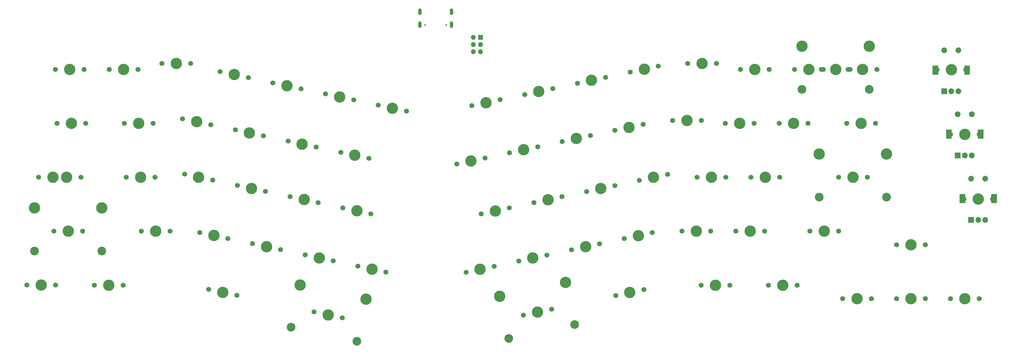
<source format=gts>
G04 #@! TF.GenerationSoftware,KiCad,Pcbnew,(5.1.9)-1*
G04 #@! TF.CreationDate,2021-07-09T19:50:07+09:00*
G04 #@! TF.ProjectId,trifecta,74726966-6563-4746-912e-6b696361645f,rev?*
G04 #@! TF.SameCoordinates,Original*
G04 #@! TF.FileFunction,Soldermask,Top*
G04 #@! TF.FilePolarity,Negative*
%FSLAX46Y46*%
G04 Gerber Fmt 4.6, Leading zero omitted, Abs format (unit mm)*
G04 Created by KiCad (PCBNEW (5.1.9)-1) date 2021-07-09 19:50:07*
%MOMM*%
%LPD*%
G01*
G04 APERTURE LIST*
%ADD10C,4.007800*%
%ADD11C,1.770000*%
%ADD12C,3.068000*%
%ADD13C,2.020000*%
%ADD14O,1.720000X1.720000*%
%ADD15O,1.220000X2.320000*%
%ADD16C,0.620000*%
G04 APERTURE END LIST*
D10*
X253100340Y-91187186D03*
D11*
X248020340Y-91187186D03*
X258180340Y-91187186D03*
D10*
X113040160Y-81554320D03*
D11*
X108071170Y-80498129D03*
X118009150Y-82610511D03*
D10*
X70424040Y-53009800D03*
D11*
X65455050Y-51953609D03*
X75393030Y-54065991D03*
D10*
X49911000Y-53030120D03*
D11*
X44831000Y-53030120D03*
X54991000Y-53030120D03*
D10*
X131660900Y-85509100D03*
D11*
X126691910Y-84452909D03*
X136629890Y-86565291D03*
D10*
X304581560Y-34005520D03*
D11*
X299501560Y-34005520D03*
X309661560Y-34005520D03*
D10*
X116179600Y-101701600D03*
D11*
X111210610Y-100645409D03*
X121148590Y-102757791D03*
D12*
X103081267Y-106058512D03*
X126373407Y-111009410D03*
D10*
X106249841Y-91151543D03*
X129541981Y-96102440D03*
X246303800Y-72125840D03*
D11*
X241223800Y-72125840D03*
X251383800Y-72125840D03*
D10*
X231170480Y-53070760D03*
D11*
X226201490Y-54126951D03*
X236139470Y-52014569D03*
D10*
X207167480Y-77627480D03*
D11*
X202198490Y-78683671D03*
X212136470Y-76571289D03*
D10*
X212526880Y-57023000D03*
D11*
X207557890Y-58079191D03*
X217495870Y-55966809D03*
D10*
X36208970Y-63835280D03*
X12396470Y-63835280D03*
D12*
X36208970Y-79075280D03*
X12396470Y-79075280D03*
D11*
X29382720Y-72090280D03*
X19222720Y-72090280D03*
D10*
X24302720Y-72090280D03*
X18946850Y-53032890D03*
D11*
X13866850Y-53032890D03*
X24026850Y-53032890D03*
D10*
X24810720Y-14940280D03*
D11*
X19730720Y-14940280D03*
X29890720Y-14940280D03*
D10*
X166654480Y-47284640D03*
D11*
X161685490Y-48340831D03*
X171623470Y-46228449D03*
X256748280Y-53065680D03*
X246588280Y-53065680D03*
D10*
X251668280Y-53065680D03*
X305109880Y-14970760D03*
D11*
X300029880Y-14970760D03*
X310189880Y-14970760D03*
D10*
X286095440Y-14970760D03*
D11*
X281015440Y-14970760D03*
X291175440Y-14970760D03*
D10*
X346009840Y-60741040D03*
D11*
X340929840Y-60741040D03*
X351089840Y-60741040D03*
D10*
X341234640Y-37881040D03*
D11*
X336154640Y-37881040D03*
X346314640Y-37881040D03*
D10*
X336510240Y-15021040D03*
D11*
X331430240Y-15021040D03*
X341590240Y-15021040D03*
D10*
X225806000Y-73670160D03*
D11*
X220837010Y-74726351D03*
X230774990Y-72613969D03*
D10*
X188523880Y-81594960D03*
D11*
X183554890Y-82651151D03*
X193492870Y-80538769D03*
D10*
X169905680Y-85557360D03*
D11*
X164936690Y-86613551D03*
X174874670Y-84501169D03*
D10*
X193898520Y-60970160D03*
D11*
X188929530Y-62026351D03*
X198867510Y-59913969D03*
D10*
X175270160Y-64947800D03*
D11*
X170301170Y-66003991D03*
X180239150Y-63891609D03*
D10*
X222544640Y-35417760D03*
D11*
X217575650Y-36473951D03*
X227513630Y-34361569D03*
D10*
X203916280Y-39364920D03*
D11*
X198947290Y-40421111D03*
X208885270Y-38308729D03*
D10*
X185272680Y-43322240D03*
D11*
X180303690Y-44378431D03*
X190241670Y-42266049D03*
D10*
X227914200Y-14818360D03*
D11*
X222945210Y-15874551D03*
X232883190Y-13762169D03*
D10*
X209265520Y-18790920D03*
D11*
X204296530Y-19847111D03*
X214234510Y-17734729D03*
D10*
X190632080Y-22733000D03*
D11*
X185663090Y-23789191D03*
X195601070Y-21676809D03*
D10*
X171998640Y-26685240D03*
D11*
X167029650Y-27741431D03*
X176967630Y-25629049D03*
D10*
X94406720Y-77576680D03*
D11*
X89437730Y-76520489D03*
X99375710Y-78632871D03*
D10*
X75773280Y-73629520D03*
D11*
X70804290Y-72573329D03*
X80742270Y-74685711D03*
D10*
X126324360Y-64907160D03*
D11*
X121355370Y-63850969D03*
X131293350Y-65963351D03*
D10*
X107690920Y-60939680D03*
D11*
X102721930Y-59883489D03*
X112659910Y-61995871D03*
D10*
X89062560Y-56977280D03*
D11*
X84093570Y-55921089D03*
X94031550Y-58033471D03*
D10*
X125623320Y-45283120D03*
D11*
X120654330Y-44226929D03*
X130592310Y-46339311D03*
D10*
X106979720Y-41320720D03*
D11*
X102010730Y-40264529D03*
X111948710Y-42376911D03*
D10*
X88356440Y-37358320D03*
D11*
X83387450Y-36302129D03*
X93325430Y-38414511D03*
D10*
X69723000Y-33401000D03*
D11*
X64754010Y-32344809D03*
X74691990Y-34457191D03*
D10*
X138892280Y-28641040D03*
D11*
X133923290Y-27584849D03*
X143861270Y-29697231D03*
D10*
X120263920Y-24668480D03*
D11*
X115294930Y-23612289D03*
X125232910Y-25724671D03*
D10*
X101630480Y-20716240D03*
D11*
X96661490Y-19660049D03*
X106599470Y-21772431D03*
D10*
X82991960Y-16758920D03*
D11*
X78022970Y-15702729D03*
X87960950Y-17815111D03*
D10*
X62489080Y-12806680D03*
D11*
X57409080Y-12806680D03*
X67569080Y-12806680D03*
D10*
X341206590Y-95949686D03*
D11*
X336126590Y-95949686D03*
X346286590Y-95949686D03*
D10*
X322156590Y-95949686D03*
D11*
X317076590Y-95949686D03*
X327236590Y-95949686D03*
D10*
X303106590Y-95949686D03*
D11*
X298026590Y-95949686D03*
X308186590Y-95949686D03*
D10*
X322156590Y-76899686D03*
D11*
X317076590Y-76899686D03*
X327236590Y-76899686D03*
D10*
X265358880Y-72120760D03*
D11*
X260278880Y-72120760D03*
X270438880Y-72120760D03*
X60345320Y-72080120D03*
X50185320Y-72080120D03*
D10*
X55265320Y-72080120D03*
X270708120Y-53065680D03*
D11*
X265628120Y-53065680D03*
X275788120Y-53065680D03*
X285810960Y-34020760D03*
X275650960Y-34020760D03*
D10*
X280730960Y-34020760D03*
X261665720Y-34025840D03*
D11*
X256585720Y-34025840D03*
X266745720Y-34025840D03*
D10*
X243042440Y-32964120D03*
D11*
X237962440Y-32964120D03*
X248122440Y-32964120D03*
D10*
X49204880Y-33975040D03*
D11*
X44124880Y-33975040D03*
X54284880Y-33975040D03*
D10*
X267025120Y-14975840D03*
D11*
X261945120Y-14975840D03*
X272105120Y-14975840D03*
D10*
X248396760Y-12827000D03*
D11*
X243316760Y-12827000D03*
X253476760Y-12827000D03*
D10*
X43860720Y-14945360D03*
D11*
X38780720Y-14945360D03*
X48940720Y-14945360D03*
D10*
X190195200Y-100721160D03*
D11*
X185226210Y-101777351D03*
X195164190Y-99664969D03*
D12*
X180001393Y-110028970D03*
X203293533Y-105078072D03*
D10*
X176832819Y-95122000D03*
X200124959Y-90171103D03*
G36*
G01*
X344459040Y-69098640D02*
X342459040Y-69098640D01*
G75*
G02*
X342449040Y-69088640I0J10000D01*
G01*
X342449040Y-67088640D01*
G75*
G02*
X342459040Y-67078640I10000J0D01*
G01*
X344459040Y-67078640D01*
G75*
G02*
X344469040Y-67088640I0J-10000D01*
G01*
X344469040Y-69088640D01*
G75*
G02*
X344459040Y-69098640I-10000J0D01*
G01*
G37*
D13*
X345959040Y-68088640D03*
X348459040Y-68088640D03*
G36*
G01*
X341359040Y-62198640D02*
X339359040Y-62198640D01*
G75*
G02*
X339349040Y-62188640I0J10000D01*
G01*
X339349040Y-58988640D01*
G75*
G02*
X339359040Y-58978640I10000J0D01*
G01*
X341359040Y-58978640D01*
G75*
G02*
X341369040Y-58988640I0J-10000D01*
G01*
X341369040Y-62188640D01*
G75*
G02*
X341359040Y-62198640I-10000J0D01*
G01*
G37*
G36*
G01*
X352559040Y-62198640D02*
X350559040Y-62198640D01*
G75*
G02*
X350549040Y-62188640I0J10000D01*
G01*
X350549040Y-58988640D01*
G75*
G02*
X350559040Y-58978640I10000J0D01*
G01*
X352559040Y-58978640D01*
G75*
G02*
X352569040Y-58988640I0J-10000D01*
G01*
X352569040Y-62188640D01*
G75*
G02*
X352559040Y-62198640I-10000J0D01*
G01*
G37*
X343459040Y-53588640D03*
X348459040Y-53588640D03*
G36*
G01*
X339709330Y-46323650D02*
X337709330Y-46323650D01*
G75*
G02*
X337699330Y-46313650I0J10000D01*
G01*
X337699330Y-44313650D01*
G75*
G02*
X337709330Y-44303650I10000J0D01*
G01*
X339709330Y-44303650D01*
G75*
G02*
X339719330Y-44313650I0J-10000D01*
G01*
X339719330Y-46313650D01*
G75*
G02*
X339709330Y-46323650I-10000J0D01*
G01*
G37*
X341209330Y-45313650D03*
X343709330Y-45313650D03*
G36*
G01*
X336609330Y-39423650D02*
X334609330Y-39423650D01*
G75*
G02*
X334599330Y-39413650I0J10000D01*
G01*
X334599330Y-36213650D01*
G75*
G02*
X334609330Y-36203650I10000J0D01*
G01*
X336609330Y-36203650D01*
G75*
G02*
X336619330Y-36213650I0J-10000D01*
G01*
X336619330Y-39413650D01*
G75*
G02*
X336609330Y-39423650I-10000J0D01*
G01*
G37*
G36*
G01*
X347809330Y-39423650D02*
X345809330Y-39423650D01*
G75*
G02*
X345799330Y-39413650I0J10000D01*
G01*
X345799330Y-36213650D01*
G75*
G02*
X345809330Y-36203650I10000J0D01*
G01*
X347809330Y-36203650D01*
G75*
G02*
X347819330Y-36213650I0J-10000D01*
G01*
X347819330Y-39413650D01*
G75*
G02*
X347809330Y-39423650I-10000J0D01*
G01*
G37*
X338709330Y-30813650D03*
X343709330Y-30813650D03*
G36*
G01*
X334934130Y-23662440D02*
X332934130Y-23662440D01*
G75*
G02*
X332924130Y-23652440I0J10000D01*
G01*
X332924130Y-21652440D01*
G75*
G02*
X332934130Y-21642440I10000J0D01*
G01*
X334934130Y-21642440D01*
G75*
G02*
X334944130Y-21652440I0J-10000D01*
G01*
X334944130Y-23652440D01*
G75*
G02*
X334934130Y-23662440I-10000J0D01*
G01*
G37*
X336434130Y-22652440D03*
X338934130Y-22652440D03*
G36*
G01*
X331834130Y-16762440D02*
X329834130Y-16762440D01*
G75*
G02*
X329824130Y-16752440I0J10000D01*
G01*
X329824130Y-13552440D01*
G75*
G02*
X329834130Y-13542440I10000J0D01*
G01*
X331834130Y-13542440D01*
G75*
G02*
X331844130Y-13552440I0J-10000D01*
G01*
X331844130Y-16752440D01*
G75*
G02*
X331834130Y-16762440I-10000J0D01*
G01*
G37*
G36*
G01*
X343034130Y-16762440D02*
X341034130Y-16762440D01*
G75*
G02*
X341024130Y-16752440I0J10000D01*
G01*
X341024130Y-13552440D01*
G75*
G02*
X341034130Y-13542440I10000J0D01*
G01*
X343034130Y-13542440D01*
G75*
G02*
X343044130Y-13552440I0J-10000D01*
G01*
X343044130Y-16752440D01*
G75*
G02*
X343034130Y-16762440I-10000J0D01*
G01*
G37*
X333934130Y-8152440D03*
X338934130Y-8152440D03*
D14*
X167487600Y-8651240D03*
X170027600Y-8651240D03*
X167487600Y-6111240D03*
X170027600Y-6111240D03*
X167487600Y-3571240D03*
G36*
G01*
X170887600Y-2721240D02*
X170887600Y-4421240D01*
G75*
G02*
X170877600Y-4431240I-10000J0D01*
G01*
X169177600Y-4431240D01*
G75*
G02*
X169167600Y-4421240I0J10000D01*
G01*
X169167600Y-2721240D01*
G75*
G02*
X169177600Y-2711240I10000J0D01*
G01*
X170877600Y-2711240D01*
G75*
G02*
X170887600Y-2721240I0J-10000D01*
G01*
G37*
D15*
X148636840Y862760D03*
X159786840Y862760D03*
X148636840Y5462760D03*
X159786840Y5462760D03*
D16*
X150461840Y782760D03*
X157961840Y782760D03*
D10*
X295584880Y-14960600D03*
D11*
X290504880Y-14960600D03*
X300664880Y-14960600D03*
D12*
X283678630Y-21945600D03*
X307491130Y-21945600D03*
D10*
X283678630Y-6705600D03*
X307491130Y-6705600D03*
X301655480Y-53070760D03*
D11*
X296575480Y-53070760D03*
X306735480Y-53070760D03*
D12*
X289749230Y-60055760D03*
X313561730Y-60055760D03*
D10*
X289749230Y-44815760D03*
X313561730Y-44815760D03*
X222818960Y-93786960D03*
D11*
X217849970Y-94843151D03*
X227787950Y-92730769D03*
D10*
X78927960Y-93746320D03*
D11*
X73958970Y-92690129D03*
X83896950Y-94802511D03*
D10*
X276912840Y-91187186D03*
D11*
X271832840Y-91187186D03*
X281992840Y-91187186D03*
D10*
X38602920Y-91191080D03*
D11*
X33522920Y-91191080D03*
X43682920Y-91191080D03*
D10*
X14782800Y-91165680D03*
D11*
X9702800Y-91165680D03*
X19862800Y-91165680D03*
D10*
X291531040Y-72105520D03*
D11*
X286451040Y-72105520D03*
X296611040Y-72105520D03*
D10*
X23723100Y-53036386D03*
D11*
X18643100Y-53036386D03*
X28803100Y-53036386D03*
D10*
X25410160Y-33985200D03*
D11*
X20330160Y-33985200D03*
X30490160Y-33985200D03*
M02*

</source>
